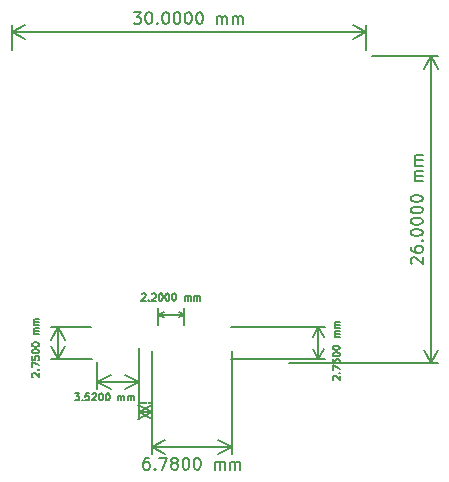
<source format=gbr>
G04 #@! TF.GenerationSoftware,KiCad,Pcbnew,9.0.4*
G04 #@! TF.CreationDate,2025-08-28T22:57:06-04:00*
G04 #@! TF.ProjectId,PowerSupply,506f7765-7253-4757-9070-6c792e6b6963,rev?*
G04 #@! TF.SameCoordinates,Original*
G04 #@! TF.FileFunction,Other,User*
%FSLAX46Y46*%
G04 Gerber Fmt 4.6, Leading zero omitted, Abs format (unit mm)*
G04 Created by KiCad (PCBNEW 9.0.4) date 2025-08-28 22:57:06*
%MOMM*%
%LPD*%
G01*
G04 APERTURE LIST*
%ADD10C,0.150000*%
%ADD11C,0.025000*%
G04 APERTURE END LIST*
D10*
X91613333Y-105034819D02*
X91422857Y-105034819D01*
X91422857Y-105034819D02*
X91327619Y-105082438D01*
X91327619Y-105082438D02*
X91280000Y-105130057D01*
X91280000Y-105130057D02*
X91184762Y-105272914D01*
X91184762Y-105272914D02*
X91137143Y-105463390D01*
X91137143Y-105463390D02*
X91137143Y-105844342D01*
X91137143Y-105844342D02*
X91184762Y-105939580D01*
X91184762Y-105939580D02*
X91232381Y-105987200D01*
X91232381Y-105987200D02*
X91327619Y-106034819D01*
X91327619Y-106034819D02*
X91518095Y-106034819D01*
X91518095Y-106034819D02*
X91613333Y-105987200D01*
X91613333Y-105987200D02*
X91660952Y-105939580D01*
X91660952Y-105939580D02*
X91708571Y-105844342D01*
X91708571Y-105844342D02*
X91708571Y-105606247D01*
X91708571Y-105606247D02*
X91660952Y-105511009D01*
X91660952Y-105511009D02*
X91613333Y-105463390D01*
X91613333Y-105463390D02*
X91518095Y-105415771D01*
X91518095Y-105415771D02*
X91327619Y-105415771D01*
X91327619Y-105415771D02*
X91232381Y-105463390D01*
X91232381Y-105463390D02*
X91184762Y-105511009D01*
X91184762Y-105511009D02*
X91137143Y-105606247D01*
X92137143Y-105939580D02*
X92184762Y-105987200D01*
X92184762Y-105987200D02*
X92137143Y-106034819D01*
X92137143Y-106034819D02*
X92089524Y-105987200D01*
X92089524Y-105987200D02*
X92137143Y-105939580D01*
X92137143Y-105939580D02*
X92137143Y-106034819D01*
X92518095Y-105034819D02*
X93184761Y-105034819D01*
X93184761Y-105034819D02*
X92756190Y-106034819D01*
X93708571Y-105463390D02*
X93613333Y-105415771D01*
X93613333Y-105415771D02*
X93565714Y-105368152D01*
X93565714Y-105368152D02*
X93518095Y-105272914D01*
X93518095Y-105272914D02*
X93518095Y-105225295D01*
X93518095Y-105225295D02*
X93565714Y-105130057D01*
X93565714Y-105130057D02*
X93613333Y-105082438D01*
X93613333Y-105082438D02*
X93708571Y-105034819D01*
X93708571Y-105034819D02*
X93899047Y-105034819D01*
X93899047Y-105034819D02*
X93994285Y-105082438D01*
X93994285Y-105082438D02*
X94041904Y-105130057D01*
X94041904Y-105130057D02*
X94089523Y-105225295D01*
X94089523Y-105225295D02*
X94089523Y-105272914D01*
X94089523Y-105272914D02*
X94041904Y-105368152D01*
X94041904Y-105368152D02*
X93994285Y-105415771D01*
X93994285Y-105415771D02*
X93899047Y-105463390D01*
X93899047Y-105463390D02*
X93708571Y-105463390D01*
X93708571Y-105463390D02*
X93613333Y-105511009D01*
X93613333Y-105511009D02*
X93565714Y-105558628D01*
X93565714Y-105558628D02*
X93518095Y-105653866D01*
X93518095Y-105653866D02*
X93518095Y-105844342D01*
X93518095Y-105844342D02*
X93565714Y-105939580D01*
X93565714Y-105939580D02*
X93613333Y-105987200D01*
X93613333Y-105987200D02*
X93708571Y-106034819D01*
X93708571Y-106034819D02*
X93899047Y-106034819D01*
X93899047Y-106034819D02*
X93994285Y-105987200D01*
X93994285Y-105987200D02*
X94041904Y-105939580D01*
X94041904Y-105939580D02*
X94089523Y-105844342D01*
X94089523Y-105844342D02*
X94089523Y-105653866D01*
X94089523Y-105653866D02*
X94041904Y-105558628D01*
X94041904Y-105558628D02*
X93994285Y-105511009D01*
X93994285Y-105511009D02*
X93899047Y-105463390D01*
X94708571Y-105034819D02*
X94803809Y-105034819D01*
X94803809Y-105034819D02*
X94899047Y-105082438D01*
X94899047Y-105082438D02*
X94946666Y-105130057D01*
X94946666Y-105130057D02*
X94994285Y-105225295D01*
X94994285Y-105225295D02*
X95041904Y-105415771D01*
X95041904Y-105415771D02*
X95041904Y-105653866D01*
X95041904Y-105653866D02*
X94994285Y-105844342D01*
X94994285Y-105844342D02*
X94946666Y-105939580D01*
X94946666Y-105939580D02*
X94899047Y-105987200D01*
X94899047Y-105987200D02*
X94803809Y-106034819D01*
X94803809Y-106034819D02*
X94708571Y-106034819D01*
X94708571Y-106034819D02*
X94613333Y-105987200D01*
X94613333Y-105987200D02*
X94565714Y-105939580D01*
X94565714Y-105939580D02*
X94518095Y-105844342D01*
X94518095Y-105844342D02*
X94470476Y-105653866D01*
X94470476Y-105653866D02*
X94470476Y-105415771D01*
X94470476Y-105415771D02*
X94518095Y-105225295D01*
X94518095Y-105225295D02*
X94565714Y-105130057D01*
X94565714Y-105130057D02*
X94613333Y-105082438D01*
X94613333Y-105082438D02*
X94708571Y-105034819D01*
X95660952Y-105034819D02*
X95756190Y-105034819D01*
X95756190Y-105034819D02*
X95851428Y-105082438D01*
X95851428Y-105082438D02*
X95899047Y-105130057D01*
X95899047Y-105130057D02*
X95946666Y-105225295D01*
X95946666Y-105225295D02*
X95994285Y-105415771D01*
X95994285Y-105415771D02*
X95994285Y-105653866D01*
X95994285Y-105653866D02*
X95946666Y-105844342D01*
X95946666Y-105844342D02*
X95899047Y-105939580D01*
X95899047Y-105939580D02*
X95851428Y-105987200D01*
X95851428Y-105987200D02*
X95756190Y-106034819D01*
X95756190Y-106034819D02*
X95660952Y-106034819D01*
X95660952Y-106034819D02*
X95565714Y-105987200D01*
X95565714Y-105987200D02*
X95518095Y-105939580D01*
X95518095Y-105939580D02*
X95470476Y-105844342D01*
X95470476Y-105844342D02*
X95422857Y-105653866D01*
X95422857Y-105653866D02*
X95422857Y-105415771D01*
X95422857Y-105415771D02*
X95470476Y-105225295D01*
X95470476Y-105225295D02*
X95518095Y-105130057D01*
X95518095Y-105130057D02*
X95565714Y-105082438D01*
X95565714Y-105082438D02*
X95660952Y-105034819D01*
X97184762Y-106034819D02*
X97184762Y-105368152D01*
X97184762Y-105463390D02*
X97232381Y-105415771D01*
X97232381Y-105415771D02*
X97327619Y-105368152D01*
X97327619Y-105368152D02*
X97470476Y-105368152D01*
X97470476Y-105368152D02*
X97565714Y-105415771D01*
X97565714Y-105415771D02*
X97613333Y-105511009D01*
X97613333Y-105511009D02*
X97613333Y-106034819D01*
X97613333Y-105511009D02*
X97660952Y-105415771D01*
X97660952Y-105415771D02*
X97756190Y-105368152D01*
X97756190Y-105368152D02*
X97899047Y-105368152D01*
X97899047Y-105368152D02*
X97994286Y-105415771D01*
X97994286Y-105415771D02*
X98041905Y-105511009D01*
X98041905Y-105511009D02*
X98041905Y-106034819D01*
X98518095Y-106034819D02*
X98518095Y-105368152D01*
X98518095Y-105463390D02*
X98565714Y-105415771D01*
X98565714Y-105415771D02*
X98660952Y-105368152D01*
X98660952Y-105368152D02*
X98803809Y-105368152D01*
X98803809Y-105368152D02*
X98899047Y-105415771D01*
X98899047Y-105415771D02*
X98946666Y-105511009D01*
X98946666Y-105511009D02*
X98946666Y-106034819D01*
X98946666Y-105511009D02*
X98994285Y-105415771D01*
X98994285Y-105415771D02*
X99089523Y-105368152D01*
X99089523Y-105368152D02*
X99232380Y-105368152D01*
X99232380Y-105368152D02*
X99327619Y-105415771D01*
X99327619Y-105415771D02*
X99375238Y-105511009D01*
X99375238Y-105511009D02*
X99375238Y-106034819D01*
X91860000Y-95990000D02*
X91860000Y-104736420D01*
X98640000Y-104736420D02*
X98640000Y-95950000D01*
X91860000Y-104150000D02*
X98640000Y-104150000D01*
X91860000Y-104150000D02*
X92986504Y-103563579D01*
X91860000Y-104150000D02*
X92986504Y-104736421D01*
X98640000Y-104150000D02*
X97513496Y-104736421D01*
X98640000Y-104150000D02*
X97513496Y-103563579D01*
X85365713Y-99579771D02*
X85737141Y-99579771D01*
X85737141Y-99579771D02*
X85537141Y-99808342D01*
X85537141Y-99808342D02*
X85622856Y-99808342D01*
X85622856Y-99808342D02*
X85679999Y-99836914D01*
X85679999Y-99836914D02*
X85708570Y-99865485D01*
X85708570Y-99865485D02*
X85737141Y-99922628D01*
X85737141Y-99922628D02*
X85737141Y-100065485D01*
X85737141Y-100065485D02*
X85708570Y-100122628D01*
X85708570Y-100122628D02*
X85679999Y-100151200D01*
X85679999Y-100151200D02*
X85622856Y-100179771D01*
X85622856Y-100179771D02*
X85451427Y-100179771D01*
X85451427Y-100179771D02*
X85394284Y-100151200D01*
X85394284Y-100151200D02*
X85365713Y-100122628D01*
X85994285Y-100122628D02*
X86022856Y-100151200D01*
X86022856Y-100151200D02*
X85994285Y-100179771D01*
X85994285Y-100179771D02*
X85965713Y-100151200D01*
X85965713Y-100151200D02*
X85994285Y-100122628D01*
X85994285Y-100122628D02*
X85994285Y-100179771D01*
X86565713Y-99579771D02*
X86279999Y-99579771D01*
X86279999Y-99579771D02*
X86251427Y-99865485D01*
X86251427Y-99865485D02*
X86279999Y-99836914D01*
X86279999Y-99836914D02*
X86337142Y-99808342D01*
X86337142Y-99808342D02*
X86479999Y-99808342D01*
X86479999Y-99808342D02*
X86537142Y-99836914D01*
X86537142Y-99836914D02*
X86565713Y-99865485D01*
X86565713Y-99865485D02*
X86594284Y-99922628D01*
X86594284Y-99922628D02*
X86594284Y-100065485D01*
X86594284Y-100065485D02*
X86565713Y-100122628D01*
X86565713Y-100122628D02*
X86537142Y-100151200D01*
X86537142Y-100151200D02*
X86479999Y-100179771D01*
X86479999Y-100179771D02*
X86337142Y-100179771D01*
X86337142Y-100179771D02*
X86279999Y-100151200D01*
X86279999Y-100151200D02*
X86251427Y-100122628D01*
X86822856Y-99636914D02*
X86851428Y-99608342D01*
X86851428Y-99608342D02*
X86908571Y-99579771D01*
X86908571Y-99579771D02*
X87051428Y-99579771D01*
X87051428Y-99579771D02*
X87108571Y-99608342D01*
X87108571Y-99608342D02*
X87137142Y-99636914D01*
X87137142Y-99636914D02*
X87165713Y-99694057D01*
X87165713Y-99694057D02*
X87165713Y-99751200D01*
X87165713Y-99751200D02*
X87137142Y-99836914D01*
X87137142Y-99836914D02*
X86794285Y-100179771D01*
X86794285Y-100179771D02*
X87165713Y-100179771D01*
X87537142Y-99579771D02*
X87594285Y-99579771D01*
X87594285Y-99579771D02*
X87651428Y-99608342D01*
X87651428Y-99608342D02*
X87680000Y-99636914D01*
X87680000Y-99636914D02*
X87708571Y-99694057D01*
X87708571Y-99694057D02*
X87737142Y-99808342D01*
X87737142Y-99808342D02*
X87737142Y-99951200D01*
X87737142Y-99951200D02*
X87708571Y-100065485D01*
X87708571Y-100065485D02*
X87680000Y-100122628D01*
X87680000Y-100122628D02*
X87651428Y-100151200D01*
X87651428Y-100151200D02*
X87594285Y-100179771D01*
X87594285Y-100179771D02*
X87537142Y-100179771D01*
X87537142Y-100179771D02*
X87480000Y-100151200D01*
X87480000Y-100151200D02*
X87451428Y-100122628D01*
X87451428Y-100122628D02*
X87422857Y-100065485D01*
X87422857Y-100065485D02*
X87394285Y-99951200D01*
X87394285Y-99951200D02*
X87394285Y-99808342D01*
X87394285Y-99808342D02*
X87422857Y-99694057D01*
X87422857Y-99694057D02*
X87451428Y-99636914D01*
X87451428Y-99636914D02*
X87480000Y-99608342D01*
X87480000Y-99608342D02*
X87537142Y-99579771D01*
X88108571Y-99579771D02*
X88165714Y-99579771D01*
X88165714Y-99579771D02*
X88222857Y-99608342D01*
X88222857Y-99608342D02*
X88251429Y-99636914D01*
X88251429Y-99636914D02*
X88280000Y-99694057D01*
X88280000Y-99694057D02*
X88308571Y-99808342D01*
X88308571Y-99808342D02*
X88308571Y-99951200D01*
X88308571Y-99951200D02*
X88280000Y-100065485D01*
X88280000Y-100065485D02*
X88251429Y-100122628D01*
X88251429Y-100122628D02*
X88222857Y-100151200D01*
X88222857Y-100151200D02*
X88165714Y-100179771D01*
X88165714Y-100179771D02*
X88108571Y-100179771D01*
X88108571Y-100179771D02*
X88051429Y-100151200D01*
X88051429Y-100151200D02*
X88022857Y-100122628D01*
X88022857Y-100122628D02*
X87994286Y-100065485D01*
X87994286Y-100065485D02*
X87965714Y-99951200D01*
X87965714Y-99951200D02*
X87965714Y-99808342D01*
X87965714Y-99808342D02*
X87994286Y-99694057D01*
X87994286Y-99694057D02*
X88022857Y-99636914D01*
X88022857Y-99636914D02*
X88051429Y-99608342D01*
X88051429Y-99608342D02*
X88108571Y-99579771D01*
X89022858Y-100179771D02*
X89022858Y-99779771D01*
X89022858Y-99836914D02*
X89051429Y-99808342D01*
X89051429Y-99808342D02*
X89108572Y-99779771D01*
X89108572Y-99779771D02*
X89194286Y-99779771D01*
X89194286Y-99779771D02*
X89251429Y-99808342D01*
X89251429Y-99808342D02*
X89280001Y-99865485D01*
X89280001Y-99865485D02*
X89280001Y-100179771D01*
X89280001Y-99865485D02*
X89308572Y-99808342D01*
X89308572Y-99808342D02*
X89365715Y-99779771D01*
X89365715Y-99779771D02*
X89451429Y-99779771D01*
X89451429Y-99779771D02*
X89508572Y-99808342D01*
X89508572Y-99808342D02*
X89537143Y-99865485D01*
X89537143Y-99865485D02*
X89537143Y-100179771D01*
X89822858Y-100179771D02*
X89822858Y-99779771D01*
X89822858Y-99836914D02*
X89851429Y-99808342D01*
X89851429Y-99808342D02*
X89908572Y-99779771D01*
X89908572Y-99779771D02*
X89994286Y-99779771D01*
X89994286Y-99779771D02*
X90051429Y-99808342D01*
X90051429Y-99808342D02*
X90080001Y-99865485D01*
X90080001Y-99865485D02*
X90080001Y-100179771D01*
X90080001Y-99865485D02*
X90108572Y-99808342D01*
X90108572Y-99808342D02*
X90165715Y-99779771D01*
X90165715Y-99779771D02*
X90251429Y-99779771D01*
X90251429Y-99779771D02*
X90308572Y-99808342D01*
X90308572Y-99808342D02*
X90337143Y-99865485D01*
X90337143Y-99865485D02*
X90337143Y-100179771D01*
X87250000Y-96950000D02*
X87250000Y-99196420D01*
X90770000Y-99196420D02*
X90770000Y-96950000D01*
X87250000Y-98610000D02*
X90770000Y-98610000D01*
X87250000Y-98610000D02*
X88376504Y-98023579D01*
X87250000Y-98610000D02*
X88376504Y-99196421D01*
X90770000Y-98610000D02*
X89643496Y-99196421D01*
X90770000Y-98610000D02*
X89643496Y-98023579D01*
X81786914Y-98185715D02*
X81758342Y-98157143D01*
X81758342Y-98157143D02*
X81729771Y-98100001D01*
X81729771Y-98100001D02*
X81729771Y-97957143D01*
X81729771Y-97957143D02*
X81758342Y-97900001D01*
X81758342Y-97900001D02*
X81786914Y-97871429D01*
X81786914Y-97871429D02*
X81844057Y-97842858D01*
X81844057Y-97842858D02*
X81901200Y-97842858D01*
X81901200Y-97842858D02*
X81986914Y-97871429D01*
X81986914Y-97871429D02*
X82329771Y-98214286D01*
X82329771Y-98214286D02*
X82329771Y-97842858D01*
X82272628Y-97585714D02*
X82301200Y-97557143D01*
X82301200Y-97557143D02*
X82329771Y-97585714D01*
X82329771Y-97585714D02*
X82301200Y-97614286D01*
X82301200Y-97614286D02*
X82272628Y-97585714D01*
X82272628Y-97585714D02*
X82329771Y-97585714D01*
X81729771Y-97357143D02*
X81729771Y-96957143D01*
X81729771Y-96957143D02*
X82329771Y-97214286D01*
X81729771Y-96442857D02*
X81729771Y-96728571D01*
X81729771Y-96728571D02*
X82015485Y-96757143D01*
X82015485Y-96757143D02*
X81986914Y-96728571D01*
X81986914Y-96728571D02*
X81958342Y-96671429D01*
X81958342Y-96671429D02*
X81958342Y-96528571D01*
X81958342Y-96528571D02*
X81986914Y-96471429D01*
X81986914Y-96471429D02*
X82015485Y-96442857D01*
X82015485Y-96442857D02*
X82072628Y-96414286D01*
X82072628Y-96414286D02*
X82215485Y-96414286D01*
X82215485Y-96414286D02*
X82272628Y-96442857D01*
X82272628Y-96442857D02*
X82301200Y-96471429D01*
X82301200Y-96471429D02*
X82329771Y-96528571D01*
X82329771Y-96528571D02*
X82329771Y-96671429D01*
X82329771Y-96671429D02*
X82301200Y-96728571D01*
X82301200Y-96728571D02*
X82272628Y-96757143D01*
X81729771Y-96042857D02*
X81729771Y-95985714D01*
X81729771Y-95985714D02*
X81758342Y-95928571D01*
X81758342Y-95928571D02*
X81786914Y-95900000D01*
X81786914Y-95900000D02*
X81844057Y-95871428D01*
X81844057Y-95871428D02*
X81958342Y-95842857D01*
X81958342Y-95842857D02*
X82101200Y-95842857D01*
X82101200Y-95842857D02*
X82215485Y-95871428D01*
X82215485Y-95871428D02*
X82272628Y-95900000D01*
X82272628Y-95900000D02*
X82301200Y-95928571D01*
X82301200Y-95928571D02*
X82329771Y-95985714D01*
X82329771Y-95985714D02*
X82329771Y-96042857D01*
X82329771Y-96042857D02*
X82301200Y-96100000D01*
X82301200Y-96100000D02*
X82272628Y-96128571D01*
X82272628Y-96128571D02*
X82215485Y-96157142D01*
X82215485Y-96157142D02*
X82101200Y-96185714D01*
X82101200Y-96185714D02*
X81958342Y-96185714D01*
X81958342Y-96185714D02*
X81844057Y-96157142D01*
X81844057Y-96157142D02*
X81786914Y-96128571D01*
X81786914Y-96128571D02*
X81758342Y-96100000D01*
X81758342Y-96100000D02*
X81729771Y-96042857D01*
X81729771Y-95471428D02*
X81729771Y-95414285D01*
X81729771Y-95414285D02*
X81758342Y-95357142D01*
X81758342Y-95357142D02*
X81786914Y-95328571D01*
X81786914Y-95328571D02*
X81844057Y-95299999D01*
X81844057Y-95299999D02*
X81958342Y-95271428D01*
X81958342Y-95271428D02*
X82101200Y-95271428D01*
X82101200Y-95271428D02*
X82215485Y-95299999D01*
X82215485Y-95299999D02*
X82272628Y-95328571D01*
X82272628Y-95328571D02*
X82301200Y-95357142D01*
X82301200Y-95357142D02*
X82329771Y-95414285D01*
X82329771Y-95414285D02*
X82329771Y-95471428D01*
X82329771Y-95471428D02*
X82301200Y-95528571D01*
X82301200Y-95528571D02*
X82272628Y-95557142D01*
X82272628Y-95557142D02*
X82215485Y-95585713D01*
X82215485Y-95585713D02*
X82101200Y-95614285D01*
X82101200Y-95614285D02*
X81958342Y-95614285D01*
X81958342Y-95614285D02*
X81844057Y-95585713D01*
X81844057Y-95585713D02*
X81786914Y-95557142D01*
X81786914Y-95557142D02*
X81758342Y-95528571D01*
X81758342Y-95528571D02*
X81729771Y-95471428D01*
X82329771Y-94557141D02*
X81929771Y-94557141D01*
X81986914Y-94557141D02*
X81958342Y-94528570D01*
X81958342Y-94528570D02*
X81929771Y-94471427D01*
X81929771Y-94471427D02*
X81929771Y-94385713D01*
X81929771Y-94385713D02*
X81958342Y-94328570D01*
X81958342Y-94328570D02*
X82015485Y-94299999D01*
X82015485Y-94299999D02*
X82329771Y-94299999D01*
X82015485Y-94299999D02*
X81958342Y-94271427D01*
X81958342Y-94271427D02*
X81929771Y-94214284D01*
X81929771Y-94214284D02*
X81929771Y-94128570D01*
X81929771Y-94128570D02*
X81958342Y-94071427D01*
X81958342Y-94071427D02*
X82015485Y-94042856D01*
X82015485Y-94042856D02*
X82329771Y-94042856D01*
X82329771Y-93757141D02*
X81929771Y-93757141D01*
X81986914Y-93757141D02*
X81958342Y-93728570D01*
X81958342Y-93728570D02*
X81929771Y-93671427D01*
X81929771Y-93671427D02*
X81929771Y-93585713D01*
X81929771Y-93585713D02*
X81958342Y-93528570D01*
X81958342Y-93528570D02*
X82015485Y-93499999D01*
X82015485Y-93499999D02*
X82329771Y-93499999D01*
X82015485Y-93499999D02*
X81958342Y-93471427D01*
X81958342Y-93471427D02*
X81929771Y-93414284D01*
X81929771Y-93414284D02*
X81929771Y-93328570D01*
X81929771Y-93328570D02*
X81958342Y-93271427D01*
X81958342Y-93271427D02*
X82015485Y-93242856D01*
X82015485Y-93242856D02*
X82329771Y-93242856D01*
X86850000Y-96680000D02*
X83363580Y-96680000D01*
X83363580Y-93930000D02*
X86750000Y-93930000D01*
X83950000Y-96680000D02*
X83950000Y-93930000D01*
X83950000Y-96680000D02*
X83363579Y-95553496D01*
X83950000Y-96680000D02*
X84536421Y-95553496D01*
X83950000Y-93930000D02*
X84536421Y-95056504D01*
X83950000Y-93930000D02*
X83363579Y-95056504D01*
D11*
X90962858Y-100404961D02*
X90905715Y-100404961D01*
X90934287Y-100404961D02*
X90934287Y-100304961D01*
X90934287Y-100304961D02*
X90924763Y-100319247D01*
X90924763Y-100319247D02*
X90915239Y-100328771D01*
X90915239Y-100328771D02*
X90905715Y-100333533D01*
X91005715Y-100395438D02*
X91010477Y-100400200D01*
X91010477Y-100400200D02*
X91005715Y-100404961D01*
X91005715Y-100404961D02*
X91000953Y-100400200D01*
X91000953Y-100400200D02*
X91005715Y-100395438D01*
X91005715Y-100395438D02*
X91005715Y-100404961D01*
X91072382Y-100304961D02*
X91081905Y-100304961D01*
X91081905Y-100304961D02*
X91091429Y-100309723D01*
X91091429Y-100309723D02*
X91096191Y-100314485D01*
X91096191Y-100314485D02*
X91100953Y-100324009D01*
X91100953Y-100324009D02*
X91105715Y-100343057D01*
X91105715Y-100343057D02*
X91105715Y-100366866D01*
X91105715Y-100366866D02*
X91100953Y-100385914D01*
X91100953Y-100385914D02*
X91096191Y-100395438D01*
X91096191Y-100395438D02*
X91091429Y-100400200D01*
X91091429Y-100400200D02*
X91081905Y-100404961D01*
X91081905Y-100404961D02*
X91072382Y-100404961D01*
X91072382Y-100404961D02*
X91062858Y-100400200D01*
X91062858Y-100400200D02*
X91058096Y-100395438D01*
X91058096Y-100395438D02*
X91053334Y-100385914D01*
X91053334Y-100385914D02*
X91048572Y-100366866D01*
X91048572Y-100366866D02*
X91048572Y-100343057D01*
X91048572Y-100343057D02*
X91053334Y-100324009D01*
X91053334Y-100324009D02*
X91058096Y-100314485D01*
X91058096Y-100314485D02*
X91062858Y-100309723D01*
X91062858Y-100309723D02*
X91072382Y-100304961D01*
X91153334Y-100404961D02*
X91172382Y-100404961D01*
X91172382Y-100404961D02*
X91181905Y-100400200D01*
X91181905Y-100400200D02*
X91186667Y-100395438D01*
X91186667Y-100395438D02*
X91196191Y-100381152D01*
X91196191Y-100381152D02*
X91200953Y-100362104D01*
X91200953Y-100362104D02*
X91200953Y-100324009D01*
X91200953Y-100324009D02*
X91196191Y-100314485D01*
X91196191Y-100314485D02*
X91191429Y-100309723D01*
X91191429Y-100309723D02*
X91181905Y-100304961D01*
X91181905Y-100304961D02*
X91162858Y-100304961D01*
X91162858Y-100304961D02*
X91153334Y-100309723D01*
X91153334Y-100309723D02*
X91148572Y-100314485D01*
X91148572Y-100314485D02*
X91143810Y-100324009D01*
X91143810Y-100324009D02*
X91143810Y-100347819D01*
X91143810Y-100347819D02*
X91148572Y-100357342D01*
X91148572Y-100357342D02*
X91153334Y-100362104D01*
X91153334Y-100362104D02*
X91162858Y-100366866D01*
X91162858Y-100366866D02*
X91181905Y-100366866D01*
X91181905Y-100366866D02*
X91191429Y-100362104D01*
X91191429Y-100362104D02*
X91196191Y-100357342D01*
X91196191Y-100357342D02*
X91200953Y-100347819D01*
X91262858Y-100304961D02*
X91272381Y-100304961D01*
X91272381Y-100304961D02*
X91281905Y-100309723D01*
X91281905Y-100309723D02*
X91286667Y-100314485D01*
X91286667Y-100314485D02*
X91291429Y-100324009D01*
X91291429Y-100324009D02*
X91296191Y-100343057D01*
X91296191Y-100343057D02*
X91296191Y-100366866D01*
X91296191Y-100366866D02*
X91291429Y-100385914D01*
X91291429Y-100385914D02*
X91286667Y-100395438D01*
X91286667Y-100395438D02*
X91281905Y-100400200D01*
X91281905Y-100400200D02*
X91272381Y-100404961D01*
X91272381Y-100404961D02*
X91262858Y-100404961D01*
X91262858Y-100404961D02*
X91253334Y-100400200D01*
X91253334Y-100400200D02*
X91248572Y-100395438D01*
X91248572Y-100395438D02*
X91243810Y-100385914D01*
X91243810Y-100385914D02*
X91239048Y-100366866D01*
X91239048Y-100366866D02*
X91239048Y-100343057D01*
X91239048Y-100343057D02*
X91243810Y-100324009D01*
X91243810Y-100324009D02*
X91248572Y-100314485D01*
X91248572Y-100314485D02*
X91253334Y-100309723D01*
X91253334Y-100309723D02*
X91262858Y-100304961D01*
X91358096Y-100304961D02*
X91367619Y-100304961D01*
X91367619Y-100304961D02*
X91377143Y-100309723D01*
X91377143Y-100309723D02*
X91381905Y-100314485D01*
X91381905Y-100314485D02*
X91386667Y-100324009D01*
X91386667Y-100324009D02*
X91391429Y-100343057D01*
X91391429Y-100343057D02*
X91391429Y-100366866D01*
X91391429Y-100366866D02*
X91386667Y-100385914D01*
X91386667Y-100385914D02*
X91381905Y-100395438D01*
X91381905Y-100395438D02*
X91377143Y-100400200D01*
X91377143Y-100400200D02*
X91367619Y-100404961D01*
X91367619Y-100404961D02*
X91358096Y-100404961D01*
X91358096Y-100404961D02*
X91348572Y-100400200D01*
X91348572Y-100400200D02*
X91343810Y-100395438D01*
X91343810Y-100395438D02*
X91339048Y-100385914D01*
X91339048Y-100385914D02*
X91334286Y-100366866D01*
X91334286Y-100366866D02*
X91334286Y-100343057D01*
X91334286Y-100343057D02*
X91339048Y-100324009D01*
X91339048Y-100324009D02*
X91343810Y-100314485D01*
X91343810Y-100314485D02*
X91348572Y-100309723D01*
X91348572Y-100309723D02*
X91358096Y-100304961D01*
X91510476Y-100404961D02*
X91510476Y-100338295D01*
X91510476Y-100347819D02*
X91515238Y-100343057D01*
X91515238Y-100343057D02*
X91524762Y-100338295D01*
X91524762Y-100338295D02*
X91539047Y-100338295D01*
X91539047Y-100338295D02*
X91548571Y-100343057D01*
X91548571Y-100343057D02*
X91553333Y-100352580D01*
X91553333Y-100352580D02*
X91553333Y-100404961D01*
X91553333Y-100352580D02*
X91558095Y-100343057D01*
X91558095Y-100343057D02*
X91567619Y-100338295D01*
X91567619Y-100338295D02*
X91581905Y-100338295D01*
X91581905Y-100338295D02*
X91591428Y-100343057D01*
X91591428Y-100343057D02*
X91596190Y-100352580D01*
X91596190Y-100352580D02*
X91596190Y-100404961D01*
X91643809Y-100404961D02*
X91643809Y-100338295D01*
X91643809Y-100347819D02*
X91648571Y-100343057D01*
X91648571Y-100343057D02*
X91658095Y-100338295D01*
X91658095Y-100338295D02*
X91672380Y-100338295D01*
X91672380Y-100338295D02*
X91681904Y-100343057D01*
X91681904Y-100343057D02*
X91686666Y-100352580D01*
X91686666Y-100352580D02*
X91686666Y-100404961D01*
X91686666Y-100352580D02*
X91691428Y-100343057D01*
X91691428Y-100343057D02*
X91700952Y-100338295D01*
X91700952Y-100338295D02*
X91715238Y-100338295D01*
X91715238Y-100338295D02*
X91724761Y-100343057D01*
X91724761Y-100343057D02*
X91729523Y-100352580D01*
X91729523Y-100352580D02*
X91729523Y-100404961D01*
D10*
X90770000Y-95760000D02*
X90770000Y-101766420D01*
X91860000Y-101766420D02*
X91860000Y-95990000D01*
X90770000Y-101180000D02*
X91860000Y-101180000D01*
X90770000Y-101180000D02*
X91896504Y-100593579D01*
X90770000Y-101180000D02*
X91896504Y-101766421D01*
X91860000Y-101180000D02*
X90733496Y-101766421D01*
X91860000Y-101180000D02*
X90733496Y-100593579D01*
X107246914Y-98445715D02*
X107218342Y-98417143D01*
X107218342Y-98417143D02*
X107189771Y-98360001D01*
X107189771Y-98360001D02*
X107189771Y-98217143D01*
X107189771Y-98217143D02*
X107218342Y-98160001D01*
X107218342Y-98160001D02*
X107246914Y-98131429D01*
X107246914Y-98131429D02*
X107304057Y-98102858D01*
X107304057Y-98102858D02*
X107361200Y-98102858D01*
X107361200Y-98102858D02*
X107446914Y-98131429D01*
X107446914Y-98131429D02*
X107789771Y-98474286D01*
X107789771Y-98474286D02*
X107789771Y-98102858D01*
X107732628Y-97845714D02*
X107761200Y-97817143D01*
X107761200Y-97817143D02*
X107789771Y-97845714D01*
X107789771Y-97845714D02*
X107761200Y-97874286D01*
X107761200Y-97874286D02*
X107732628Y-97845714D01*
X107732628Y-97845714D02*
X107789771Y-97845714D01*
X107189771Y-97617143D02*
X107189771Y-97217143D01*
X107189771Y-97217143D02*
X107789771Y-97474286D01*
X107189771Y-96702857D02*
X107189771Y-96988571D01*
X107189771Y-96988571D02*
X107475485Y-97017143D01*
X107475485Y-97017143D02*
X107446914Y-96988571D01*
X107446914Y-96988571D02*
X107418342Y-96931429D01*
X107418342Y-96931429D02*
X107418342Y-96788571D01*
X107418342Y-96788571D02*
X107446914Y-96731429D01*
X107446914Y-96731429D02*
X107475485Y-96702857D01*
X107475485Y-96702857D02*
X107532628Y-96674286D01*
X107532628Y-96674286D02*
X107675485Y-96674286D01*
X107675485Y-96674286D02*
X107732628Y-96702857D01*
X107732628Y-96702857D02*
X107761200Y-96731429D01*
X107761200Y-96731429D02*
X107789771Y-96788571D01*
X107789771Y-96788571D02*
X107789771Y-96931429D01*
X107789771Y-96931429D02*
X107761200Y-96988571D01*
X107761200Y-96988571D02*
X107732628Y-97017143D01*
X107189771Y-96302857D02*
X107189771Y-96245714D01*
X107189771Y-96245714D02*
X107218342Y-96188571D01*
X107218342Y-96188571D02*
X107246914Y-96160000D01*
X107246914Y-96160000D02*
X107304057Y-96131428D01*
X107304057Y-96131428D02*
X107418342Y-96102857D01*
X107418342Y-96102857D02*
X107561200Y-96102857D01*
X107561200Y-96102857D02*
X107675485Y-96131428D01*
X107675485Y-96131428D02*
X107732628Y-96160000D01*
X107732628Y-96160000D02*
X107761200Y-96188571D01*
X107761200Y-96188571D02*
X107789771Y-96245714D01*
X107789771Y-96245714D02*
X107789771Y-96302857D01*
X107789771Y-96302857D02*
X107761200Y-96360000D01*
X107761200Y-96360000D02*
X107732628Y-96388571D01*
X107732628Y-96388571D02*
X107675485Y-96417142D01*
X107675485Y-96417142D02*
X107561200Y-96445714D01*
X107561200Y-96445714D02*
X107418342Y-96445714D01*
X107418342Y-96445714D02*
X107304057Y-96417142D01*
X107304057Y-96417142D02*
X107246914Y-96388571D01*
X107246914Y-96388571D02*
X107218342Y-96360000D01*
X107218342Y-96360000D02*
X107189771Y-96302857D01*
X107189771Y-95731428D02*
X107189771Y-95674285D01*
X107189771Y-95674285D02*
X107218342Y-95617142D01*
X107218342Y-95617142D02*
X107246914Y-95588571D01*
X107246914Y-95588571D02*
X107304057Y-95559999D01*
X107304057Y-95559999D02*
X107418342Y-95531428D01*
X107418342Y-95531428D02*
X107561200Y-95531428D01*
X107561200Y-95531428D02*
X107675485Y-95559999D01*
X107675485Y-95559999D02*
X107732628Y-95588571D01*
X107732628Y-95588571D02*
X107761200Y-95617142D01*
X107761200Y-95617142D02*
X107789771Y-95674285D01*
X107789771Y-95674285D02*
X107789771Y-95731428D01*
X107789771Y-95731428D02*
X107761200Y-95788571D01*
X107761200Y-95788571D02*
X107732628Y-95817142D01*
X107732628Y-95817142D02*
X107675485Y-95845713D01*
X107675485Y-95845713D02*
X107561200Y-95874285D01*
X107561200Y-95874285D02*
X107418342Y-95874285D01*
X107418342Y-95874285D02*
X107304057Y-95845713D01*
X107304057Y-95845713D02*
X107246914Y-95817142D01*
X107246914Y-95817142D02*
X107218342Y-95788571D01*
X107218342Y-95788571D02*
X107189771Y-95731428D01*
X107789771Y-94817141D02*
X107389771Y-94817141D01*
X107446914Y-94817141D02*
X107418342Y-94788570D01*
X107418342Y-94788570D02*
X107389771Y-94731427D01*
X107389771Y-94731427D02*
X107389771Y-94645713D01*
X107389771Y-94645713D02*
X107418342Y-94588570D01*
X107418342Y-94588570D02*
X107475485Y-94559999D01*
X107475485Y-94559999D02*
X107789771Y-94559999D01*
X107475485Y-94559999D02*
X107418342Y-94531427D01*
X107418342Y-94531427D02*
X107389771Y-94474284D01*
X107389771Y-94474284D02*
X107389771Y-94388570D01*
X107389771Y-94388570D02*
X107418342Y-94331427D01*
X107418342Y-94331427D02*
X107475485Y-94302856D01*
X107475485Y-94302856D02*
X107789771Y-94302856D01*
X107789771Y-94017141D02*
X107389771Y-94017141D01*
X107446914Y-94017141D02*
X107418342Y-93988570D01*
X107418342Y-93988570D02*
X107389771Y-93931427D01*
X107389771Y-93931427D02*
X107389771Y-93845713D01*
X107389771Y-93845713D02*
X107418342Y-93788570D01*
X107418342Y-93788570D02*
X107475485Y-93759999D01*
X107475485Y-93759999D02*
X107789771Y-93759999D01*
X107475485Y-93759999D02*
X107418342Y-93731427D01*
X107418342Y-93731427D02*
X107389771Y-93674284D01*
X107389771Y-93674284D02*
X107389771Y-93588570D01*
X107389771Y-93588570D02*
X107418342Y-93531427D01*
X107418342Y-93531427D02*
X107475485Y-93502856D01*
X107475485Y-93502856D02*
X107789771Y-93502856D01*
X98580000Y-93930000D02*
X106556420Y-93930000D01*
X106556420Y-96680000D02*
X98580000Y-96680000D01*
X105970000Y-93930000D02*
X105970000Y-96680000D01*
X105970000Y-93930000D02*
X106431749Y-94817011D01*
X105970000Y-93930000D02*
X105508251Y-94817011D01*
X105970000Y-96680000D02*
X105508251Y-95792989D01*
X105970000Y-96680000D02*
X106431749Y-95792989D01*
X90333334Y-67304819D02*
X90952381Y-67304819D01*
X90952381Y-67304819D02*
X90619048Y-67685771D01*
X90619048Y-67685771D02*
X90761905Y-67685771D01*
X90761905Y-67685771D02*
X90857143Y-67733390D01*
X90857143Y-67733390D02*
X90904762Y-67781009D01*
X90904762Y-67781009D02*
X90952381Y-67876247D01*
X90952381Y-67876247D02*
X90952381Y-68114342D01*
X90952381Y-68114342D02*
X90904762Y-68209580D01*
X90904762Y-68209580D02*
X90857143Y-68257200D01*
X90857143Y-68257200D02*
X90761905Y-68304819D01*
X90761905Y-68304819D02*
X90476191Y-68304819D01*
X90476191Y-68304819D02*
X90380953Y-68257200D01*
X90380953Y-68257200D02*
X90333334Y-68209580D01*
X91571429Y-67304819D02*
X91666667Y-67304819D01*
X91666667Y-67304819D02*
X91761905Y-67352438D01*
X91761905Y-67352438D02*
X91809524Y-67400057D01*
X91809524Y-67400057D02*
X91857143Y-67495295D01*
X91857143Y-67495295D02*
X91904762Y-67685771D01*
X91904762Y-67685771D02*
X91904762Y-67923866D01*
X91904762Y-67923866D02*
X91857143Y-68114342D01*
X91857143Y-68114342D02*
X91809524Y-68209580D01*
X91809524Y-68209580D02*
X91761905Y-68257200D01*
X91761905Y-68257200D02*
X91666667Y-68304819D01*
X91666667Y-68304819D02*
X91571429Y-68304819D01*
X91571429Y-68304819D02*
X91476191Y-68257200D01*
X91476191Y-68257200D02*
X91428572Y-68209580D01*
X91428572Y-68209580D02*
X91380953Y-68114342D01*
X91380953Y-68114342D02*
X91333334Y-67923866D01*
X91333334Y-67923866D02*
X91333334Y-67685771D01*
X91333334Y-67685771D02*
X91380953Y-67495295D01*
X91380953Y-67495295D02*
X91428572Y-67400057D01*
X91428572Y-67400057D02*
X91476191Y-67352438D01*
X91476191Y-67352438D02*
X91571429Y-67304819D01*
X92333334Y-68209580D02*
X92380953Y-68257200D01*
X92380953Y-68257200D02*
X92333334Y-68304819D01*
X92333334Y-68304819D02*
X92285715Y-68257200D01*
X92285715Y-68257200D02*
X92333334Y-68209580D01*
X92333334Y-68209580D02*
X92333334Y-68304819D01*
X93000000Y-67304819D02*
X93095238Y-67304819D01*
X93095238Y-67304819D02*
X93190476Y-67352438D01*
X93190476Y-67352438D02*
X93238095Y-67400057D01*
X93238095Y-67400057D02*
X93285714Y-67495295D01*
X93285714Y-67495295D02*
X93333333Y-67685771D01*
X93333333Y-67685771D02*
X93333333Y-67923866D01*
X93333333Y-67923866D02*
X93285714Y-68114342D01*
X93285714Y-68114342D02*
X93238095Y-68209580D01*
X93238095Y-68209580D02*
X93190476Y-68257200D01*
X93190476Y-68257200D02*
X93095238Y-68304819D01*
X93095238Y-68304819D02*
X93000000Y-68304819D01*
X93000000Y-68304819D02*
X92904762Y-68257200D01*
X92904762Y-68257200D02*
X92857143Y-68209580D01*
X92857143Y-68209580D02*
X92809524Y-68114342D01*
X92809524Y-68114342D02*
X92761905Y-67923866D01*
X92761905Y-67923866D02*
X92761905Y-67685771D01*
X92761905Y-67685771D02*
X92809524Y-67495295D01*
X92809524Y-67495295D02*
X92857143Y-67400057D01*
X92857143Y-67400057D02*
X92904762Y-67352438D01*
X92904762Y-67352438D02*
X93000000Y-67304819D01*
X93952381Y-67304819D02*
X94047619Y-67304819D01*
X94047619Y-67304819D02*
X94142857Y-67352438D01*
X94142857Y-67352438D02*
X94190476Y-67400057D01*
X94190476Y-67400057D02*
X94238095Y-67495295D01*
X94238095Y-67495295D02*
X94285714Y-67685771D01*
X94285714Y-67685771D02*
X94285714Y-67923866D01*
X94285714Y-67923866D02*
X94238095Y-68114342D01*
X94238095Y-68114342D02*
X94190476Y-68209580D01*
X94190476Y-68209580D02*
X94142857Y-68257200D01*
X94142857Y-68257200D02*
X94047619Y-68304819D01*
X94047619Y-68304819D02*
X93952381Y-68304819D01*
X93952381Y-68304819D02*
X93857143Y-68257200D01*
X93857143Y-68257200D02*
X93809524Y-68209580D01*
X93809524Y-68209580D02*
X93761905Y-68114342D01*
X93761905Y-68114342D02*
X93714286Y-67923866D01*
X93714286Y-67923866D02*
X93714286Y-67685771D01*
X93714286Y-67685771D02*
X93761905Y-67495295D01*
X93761905Y-67495295D02*
X93809524Y-67400057D01*
X93809524Y-67400057D02*
X93857143Y-67352438D01*
X93857143Y-67352438D02*
X93952381Y-67304819D01*
X94904762Y-67304819D02*
X95000000Y-67304819D01*
X95000000Y-67304819D02*
X95095238Y-67352438D01*
X95095238Y-67352438D02*
X95142857Y-67400057D01*
X95142857Y-67400057D02*
X95190476Y-67495295D01*
X95190476Y-67495295D02*
X95238095Y-67685771D01*
X95238095Y-67685771D02*
X95238095Y-67923866D01*
X95238095Y-67923866D02*
X95190476Y-68114342D01*
X95190476Y-68114342D02*
X95142857Y-68209580D01*
X95142857Y-68209580D02*
X95095238Y-68257200D01*
X95095238Y-68257200D02*
X95000000Y-68304819D01*
X95000000Y-68304819D02*
X94904762Y-68304819D01*
X94904762Y-68304819D02*
X94809524Y-68257200D01*
X94809524Y-68257200D02*
X94761905Y-68209580D01*
X94761905Y-68209580D02*
X94714286Y-68114342D01*
X94714286Y-68114342D02*
X94666667Y-67923866D01*
X94666667Y-67923866D02*
X94666667Y-67685771D01*
X94666667Y-67685771D02*
X94714286Y-67495295D01*
X94714286Y-67495295D02*
X94761905Y-67400057D01*
X94761905Y-67400057D02*
X94809524Y-67352438D01*
X94809524Y-67352438D02*
X94904762Y-67304819D01*
X95857143Y-67304819D02*
X95952381Y-67304819D01*
X95952381Y-67304819D02*
X96047619Y-67352438D01*
X96047619Y-67352438D02*
X96095238Y-67400057D01*
X96095238Y-67400057D02*
X96142857Y-67495295D01*
X96142857Y-67495295D02*
X96190476Y-67685771D01*
X96190476Y-67685771D02*
X96190476Y-67923866D01*
X96190476Y-67923866D02*
X96142857Y-68114342D01*
X96142857Y-68114342D02*
X96095238Y-68209580D01*
X96095238Y-68209580D02*
X96047619Y-68257200D01*
X96047619Y-68257200D02*
X95952381Y-68304819D01*
X95952381Y-68304819D02*
X95857143Y-68304819D01*
X95857143Y-68304819D02*
X95761905Y-68257200D01*
X95761905Y-68257200D02*
X95714286Y-68209580D01*
X95714286Y-68209580D02*
X95666667Y-68114342D01*
X95666667Y-68114342D02*
X95619048Y-67923866D01*
X95619048Y-67923866D02*
X95619048Y-67685771D01*
X95619048Y-67685771D02*
X95666667Y-67495295D01*
X95666667Y-67495295D02*
X95714286Y-67400057D01*
X95714286Y-67400057D02*
X95761905Y-67352438D01*
X95761905Y-67352438D02*
X95857143Y-67304819D01*
X97380953Y-68304819D02*
X97380953Y-67638152D01*
X97380953Y-67733390D02*
X97428572Y-67685771D01*
X97428572Y-67685771D02*
X97523810Y-67638152D01*
X97523810Y-67638152D02*
X97666667Y-67638152D01*
X97666667Y-67638152D02*
X97761905Y-67685771D01*
X97761905Y-67685771D02*
X97809524Y-67781009D01*
X97809524Y-67781009D02*
X97809524Y-68304819D01*
X97809524Y-67781009D02*
X97857143Y-67685771D01*
X97857143Y-67685771D02*
X97952381Y-67638152D01*
X97952381Y-67638152D02*
X98095238Y-67638152D01*
X98095238Y-67638152D02*
X98190477Y-67685771D01*
X98190477Y-67685771D02*
X98238096Y-67781009D01*
X98238096Y-67781009D02*
X98238096Y-68304819D01*
X98714286Y-68304819D02*
X98714286Y-67638152D01*
X98714286Y-67733390D02*
X98761905Y-67685771D01*
X98761905Y-67685771D02*
X98857143Y-67638152D01*
X98857143Y-67638152D02*
X99000000Y-67638152D01*
X99000000Y-67638152D02*
X99095238Y-67685771D01*
X99095238Y-67685771D02*
X99142857Y-67781009D01*
X99142857Y-67781009D02*
X99142857Y-68304819D01*
X99142857Y-67781009D02*
X99190476Y-67685771D01*
X99190476Y-67685771D02*
X99285714Y-67638152D01*
X99285714Y-67638152D02*
X99428571Y-67638152D01*
X99428571Y-67638152D02*
X99523810Y-67685771D01*
X99523810Y-67685771D02*
X99571429Y-67781009D01*
X99571429Y-67781009D02*
X99571429Y-68304819D01*
X80000000Y-70500000D02*
X80000000Y-68413580D01*
X110000000Y-68413580D02*
X110000000Y-70500000D01*
X80000000Y-69000000D02*
X110000000Y-69000000D01*
X80000000Y-69000000D02*
X81126504Y-68413579D01*
X80000000Y-69000000D02*
X81126504Y-69586421D01*
X110000000Y-69000000D02*
X108873496Y-69586421D01*
X110000000Y-69000000D02*
X108873496Y-68413579D01*
X91014284Y-91176914D02*
X91042856Y-91148342D01*
X91042856Y-91148342D02*
X91099999Y-91119771D01*
X91099999Y-91119771D02*
X91242856Y-91119771D01*
X91242856Y-91119771D02*
X91299999Y-91148342D01*
X91299999Y-91148342D02*
X91328570Y-91176914D01*
X91328570Y-91176914D02*
X91357141Y-91234057D01*
X91357141Y-91234057D02*
X91357141Y-91291200D01*
X91357141Y-91291200D02*
X91328570Y-91376914D01*
X91328570Y-91376914D02*
X90985713Y-91719771D01*
X90985713Y-91719771D02*
X91357141Y-91719771D01*
X91614285Y-91662628D02*
X91642856Y-91691200D01*
X91642856Y-91691200D02*
X91614285Y-91719771D01*
X91614285Y-91719771D02*
X91585713Y-91691200D01*
X91585713Y-91691200D02*
X91614285Y-91662628D01*
X91614285Y-91662628D02*
X91614285Y-91719771D01*
X91871427Y-91176914D02*
X91899999Y-91148342D01*
X91899999Y-91148342D02*
X91957142Y-91119771D01*
X91957142Y-91119771D02*
X92099999Y-91119771D01*
X92099999Y-91119771D02*
X92157142Y-91148342D01*
X92157142Y-91148342D02*
X92185713Y-91176914D01*
X92185713Y-91176914D02*
X92214284Y-91234057D01*
X92214284Y-91234057D02*
X92214284Y-91291200D01*
X92214284Y-91291200D02*
X92185713Y-91376914D01*
X92185713Y-91376914D02*
X91842856Y-91719771D01*
X91842856Y-91719771D02*
X92214284Y-91719771D01*
X92585713Y-91119771D02*
X92642856Y-91119771D01*
X92642856Y-91119771D02*
X92699999Y-91148342D01*
X92699999Y-91148342D02*
X92728571Y-91176914D01*
X92728571Y-91176914D02*
X92757142Y-91234057D01*
X92757142Y-91234057D02*
X92785713Y-91348342D01*
X92785713Y-91348342D02*
X92785713Y-91491200D01*
X92785713Y-91491200D02*
X92757142Y-91605485D01*
X92757142Y-91605485D02*
X92728571Y-91662628D01*
X92728571Y-91662628D02*
X92699999Y-91691200D01*
X92699999Y-91691200D02*
X92642856Y-91719771D01*
X92642856Y-91719771D02*
X92585713Y-91719771D01*
X92585713Y-91719771D02*
X92528571Y-91691200D01*
X92528571Y-91691200D02*
X92499999Y-91662628D01*
X92499999Y-91662628D02*
X92471428Y-91605485D01*
X92471428Y-91605485D02*
X92442856Y-91491200D01*
X92442856Y-91491200D02*
X92442856Y-91348342D01*
X92442856Y-91348342D02*
X92471428Y-91234057D01*
X92471428Y-91234057D02*
X92499999Y-91176914D01*
X92499999Y-91176914D02*
X92528571Y-91148342D01*
X92528571Y-91148342D02*
X92585713Y-91119771D01*
X93157142Y-91119771D02*
X93214285Y-91119771D01*
X93214285Y-91119771D02*
X93271428Y-91148342D01*
X93271428Y-91148342D02*
X93300000Y-91176914D01*
X93300000Y-91176914D02*
X93328571Y-91234057D01*
X93328571Y-91234057D02*
X93357142Y-91348342D01*
X93357142Y-91348342D02*
X93357142Y-91491200D01*
X93357142Y-91491200D02*
X93328571Y-91605485D01*
X93328571Y-91605485D02*
X93300000Y-91662628D01*
X93300000Y-91662628D02*
X93271428Y-91691200D01*
X93271428Y-91691200D02*
X93214285Y-91719771D01*
X93214285Y-91719771D02*
X93157142Y-91719771D01*
X93157142Y-91719771D02*
X93100000Y-91691200D01*
X93100000Y-91691200D02*
X93071428Y-91662628D01*
X93071428Y-91662628D02*
X93042857Y-91605485D01*
X93042857Y-91605485D02*
X93014285Y-91491200D01*
X93014285Y-91491200D02*
X93014285Y-91348342D01*
X93014285Y-91348342D02*
X93042857Y-91234057D01*
X93042857Y-91234057D02*
X93071428Y-91176914D01*
X93071428Y-91176914D02*
X93100000Y-91148342D01*
X93100000Y-91148342D02*
X93157142Y-91119771D01*
X93728571Y-91119771D02*
X93785714Y-91119771D01*
X93785714Y-91119771D02*
X93842857Y-91148342D01*
X93842857Y-91148342D02*
X93871429Y-91176914D01*
X93871429Y-91176914D02*
X93900000Y-91234057D01*
X93900000Y-91234057D02*
X93928571Y-91348342D01*
X93928571Y-91348342D02*
X93928571Y-91491200D01*
X93928571Y-91491200D02*
X93900000Y-91605485D01*
X93900000Y-91605485D02*
X93871429Y-91662628D01*
X93871429Y-91662628D02*
X93842857Y-91691200D01*
X93842857Y-91691200D02*
X93785714Y-91719771D01*
X93785714Y-91719771D02*
X93728571Y-91719771D01*
X93728571Y-91719771D02*
X93671429Y-91691200D01*
X93671429Y-91691200D02*
X93642857Y-91662628D01*
X93642857Y-91662628D02*
X93614286Y-91605485D01*
X93614286Y-91605485D02*
X93585714Y-91491200D01*
X93585714Y-91491200D02*
X93585714Y-91348342D01*
X93585714Y-91348342D02*
X93614286Y-91234057D01*
X93614286Y-91234057D02*
X93642857Y-91176914D01*
X93642857Y-91176914D02*
X93671429Y-91148342D01*
X93671429Y-91148342D02*
X93728571Y-91119771D01*
X94642858Y-91719771D02*
X94642858Y-91319771D01*
X94642858Y-91376914D02*
X94671429Y-91348342D01*
X94671429Y-91348342D02*
X94728572Y-91319771D01*
X94728572Y-91319771D02*
X94814286Y-91319771D01*
X94814286Y-91319771D02*
X94871429Y-91348342D01*
X94871429Y-91348342D02*
X94900001Y-91405485D01*
X94900001Y-91405485D02*
X94900001Y-91719771D01*
X94900001Y-91405485D02*
X94928572Y-91348342D01*
X94928572Y-91348342D02*
X94985715Y-91319771D01*
X94985715Y-91319771D02*
X95071429Y-91319771D01*
X95071429Y-91319771D02*
X95128572Y-91348342D01*
X95128572Y-91348342D02*
X95157143Y-91405485D01*
X95157143Y-91405485D02*
X95157143Y-91719771D01*
X95442858Y-91719771D02*
X95442858Y-91319771D01*
X95442858Y-91376914D02*
X95471429Y-91348342D01*
X95471429Y-91348342D02*
X95528572Y-91319771D01*
X95528572Y-91319771D02*
X95614286Y-91319771D01*
X95614286Y-91319771D02*
X95671429Y-91348342D01*
X95671429Y-91348342D02*
X95700001Y-91405485D01*
X95700001Y-91405485D02*
X95700001Y-91719771D01*
X95700001Y-91405485D02*
X95728572Y-91348342D01*
X95728572Y-91348342D02*
X95785715Y-91319771D01*
X95785715Y-91319771D02*
X95871429Y-91319771D01*
X95871429Y-91319771D02*
X95928572Y-91348342D01*
X95928572Y-91348342D02*
X95957143Y-91405485D01*
X95957143Y-91405485D02*
X95957143Y-91719771D01*
X92420000Y-93760000D02*
X92420000Y-92323580D01*
X94620000Y-92323580D02*
X94620000Y-93760000D01*
X92420000Y-92910000D02*
X94620000Y-92910000D01*
X92420000Y-92910000D02*
X92863505Y-92679126D01*
X92420000Y-92910000D02*
X92863505Y-93140874D01*
X94620000Y-92910000D02*
X94176495Y-93140874D01*
X94620000Y-92910000D02*
X94176495Y-92679126D01*
X113900057Y-88619046D02*
X113852438Y-88571427D01*
X113852438Y-88571427D02*
X113804819Y-88476189D01*
X113804819Y-88476189D02*
X113804819Y-88238094D01*
X113804819Y-88238094D02*
X113852438Y-88142856D01*
X113852438Y-88142856D02*
X113900057Y-88095237D01*
X113900057Y-88095237D02*
X113995295Y-88047618D01*
X113995295Y-88047618D02*
X114090533Y-88047618D01*
X114090533Y-88047618D02*
X114233390Y-88095237D01*
X114233390Y-88095237D02*
X114804819Y-88666665D01*
X114804819Y-88666665D02*
X114804819Y-88047618D01*
X113804819Y-87190475D02*
X113804819Y-87380951D01*
X113804819Y-87380951D02*
X113852438Y-87476189D01*
X113852438Y-87476189D02*
X113900057Y-87523808D01*
X113900057Y-87523808D02*
X114042914Y-87619046D01*
X114042914Y-87619046D02*
X114233390Y-87666665D01*
X114233390Y-87666665D02*
X114614342Y-87666665D01*
X114614342Y-87666665D02*
X114709580Y-87619046D01*
X114709580Y-87619046D02*
X114757200Y-87571427D01*
X114757200Y-87571427D02*
X114804819Y-87476189D01*
X114804819Y-87476189D02*
X114804819Y-87285713D01*
X114804819Y-87285713D02*
X114757200Y-87190475D01*
X114757200Y-87190475D02*
X114709580Y-87142856D01*
X114709580Y-87142856D02*
X114614342Y-87095237D01*
X114614342Y-87095237D02*
X114376247Y-87095237D01*
X114376247Y-87095237D02*
X114281009Y-87142856D01*
X114281009Y-87142856D02*
X114233390Y-87190475D01*
X114233390Y-87190475D02*
X114185771Y-87285713D01*
X114185771Y-87285713D02*
X114185771Y-87476189D01*
X114185771Y-87476189D02*
X114233390Y-87571427D01*
X114233390Y-87571427D02*
X114281009Y-87619046D01*
X114281009Y-87619046D02*
X114376247Y-87666665D01*
X114709580Y-86666665D02*
X114757200Y-86619046D01*
X114757200Y-86619046D02*
X114804819Y-86666665D01*
X114804819Y-86666665D02*
X114757200Y-86714284D01*
X114757200Y-86714284D02*
X114709580Y-86666665D01*
X114709580Y-86666665D02*
X114804819Y-86666665D01*
X113804819Y-85999999D02*
X113804819Y-85904761D01*
X113804819Y-85904761D02*
X113852438Y-85809523D01*
X113852438Y-85809523D02*
X113900057Y-85761904D01*
X113900057Y-85761904D02*
X113995295Y-85714285D01*
X113995295Y-85714285D02*
X114185771Y-85666666D01*
X114185771Y-85666666D02*
X114423866Y-85666666D01*
X114423866Y-85666666D02*
X114614342Y-85714285D01*
X114614342Y-85714285D02*
X114709580Y-85761904D01*
X114709580Y-85761904D02*
X114757200Y-85809523D01*
X114757200Y-85809523D02*
X114804819Y-85904761D01*
X114804819Y-85904761D02*
X114804819Y-85999999D01*
X114804819Y-85999999D02*
X114757200Y-86095237D01*
X114757200Y-86095237D02*
X114709580Y-86142856D01*
X114709580Y-86142856D02*
X114614342Y-86190475D01*
X114614342Y-86190475D02*
X114423866Y-86238094D01*
X114423866Y-86238094D02*
X114185771Y-86238094D01*
X114185771Y-86238094D02*
X113995295Y-86190475D01*
X113995295Y-86190475D02*
X113900057Y-86142856D01*
X113900057Y-86142856D02*
X113852438Y-86095237D01*
X113852438Y-86095237D02*
X113804819Y-85999999D01*
X113804819Y-85047618D02*
X113804819Y-84952380D01*
X113804819Y-84952380D02*
X113852438Y-84857142D01*
X113852438Y-84857142D02*
X113900057Y-84809523D01*
X113900057Y-84809523D02*
X113995295Y-84761904D01*
X113995295Y-84761904D02*
X114185771Y-84714285D01*
X114185771Y-84714285D02*
X114423866Y-84714285D01*
X114423866Y-84714285D02*
X114614342Y-84761904D01*
X114614342Y-84761904D02*
X114709580Y-84809523D01*
X114709580Y-84809523D02*
X114757200Y-84857142D01*
X114757200Y-84857142D02*
X114804819Y-84952380D01*
X114804819Y-84952380D02*
X114804819Y-85047618D01*
X114804819Y-85047618D02*
X114757200Y-85142856D01*
X114757200Y-85142856D02*
X114709580Y-85190475D01*
X114709580Y-85190475D02*
X114614342Y-85238094D01*
X114614342Y-85238094D02*
X114423866Y-85285713D01*
X114423866Y-85285713D02*
X114185771Y-85285713D01*
X114185771Y-85285713D02*
X113995295Y-85238094D01*
X113995295Y-85238094D02*
X113900057Y-85190475D01*
X113900057Y-85190475D02*
X113852438Y-85142856D01*
X113852438Y-85142856D02*
X113804819Y-85047618D01*
X113804819Y-84095237D02*
X113804819Y-83999999D01*
X113804819Y-83999999D02*
X113852438Y-83904761D01*
X113852438Y-83904761D02*
X113900057Y-83857142D01*
X113900057Y-83857142D02*
X113995295Y-83809523D01*
X113995295Y-83809523D02*
X114185771Y-83761904D01*
X114185771Y-83761904D02*
X114423866Y-83761904D01*
X114423866Y-83761904D02*
X114614342Y-83809523D01*
X114614342Y-83809523D02*
X114709580Y-83857142D01*
X114709580Y-83857142D02*
X114757200Y-83904761D01*
X114757200Y-83904761D02*
X114804819Y-83999999D01*
X114804819Y-83999999D02*
X114804819Y-84095237D01*
X114804819Y-84095237D02*
X114757200Y-84190475D01*
X114757200Y-84190475D02*
X114709580Y-84238094D01*
X114709580Y-84238094D02*
X114614342Y-84285713D01*
X114614342Y-84285713D02*
X114423866Y-84333332D01*
X114423866Y-84333332D02*
X114185771Y-84333332D01*
X114185771Y-84333332D02*
X113995295Y-84285713D01*
X113995295Y-84285713D02*
X113900057Y-84238094D01*
X113900057Y-84238094D02*
X113852438Y-84190475D01*
X113852438Y-84190475D02*
X113804819Y-84095237D01*
X113804819Y-83142856D02*
X113804819Y-83047618D01*
X113804819Y-83047618D02*
X113852438Y-82952380D01*
X113852438Y-82952380D02*
X113900057Y-82904761D01*
X113900057Y-82904761D02*
X113995295Y-82857142D01*
X113995295Y-82857142D02*
X114185771Y-82809523D01*
X114185771Y-82809523D02*
X114423866Y-82809523D01*
X114423866Y-82809523D02*
X114614342Y-82857142D01*
X114614342Y-82857142D02*
X114709580Y-82904761D01*
X114709580Y-82904761D02*
X114757200Y-82952380D01*
X114757200Y-82952380D02*
X114804819Y-83047618D01*
X114804819Y-83047618D02*
X114804819Y-83142856D01*
X114804819Y-83142856D02*
X114757200Y-83238094D01*
X114757200Y-83238094D02*
X114709580Y-83285713D01*
X114709580Y-83285713D02*
X114614342Y-83333332D01*
X114614342Y-83333332D02*
X114423866Y-83380951D01*
X114423866Y-83380951D02*
X114185771Y-83380951D01*
X114185771Y-83380951D02*
X113995295Y-83333332D01*
X113995295Y-83333332D02*
X113900057Y-83285713D01*
X113900057Y-83285713D02*
X113852438Y-83238094D01*
X113852438Y-83238094D02*
X113804819Y-83142856D01*
X114804819Y-81619046D02*
X114138152Y-81619046D01*
X114233390Y-81619046D02*
X114185771Y-81571427D01*
X114185771Y-81571427D02*
X114138152Y-81476189D01*
X114138152Y-81476189D02*
X114138152Y-81333332D01*
X114138152Y-81333332D02*
X114185771Y-81238094D01*
X114185771Y-81238094D02*
X114281009Y-81190475D01*
X114281009Y-81190475D02*
X114804819Y-81190475D01*
X114281009Y-81190475D02*
X114185771Y-81142856D01*
X114185771Y-81142856D02*
X114138152Y-81047618D01*
X114138152Y-81047618D02*
X114138152Y-80904761D01*
X114138152Y-80904761D02*
X114185771Y-80809522D01*
X114185771Y-80809522D02*
X114281009Y-80761903D01*
X114281009Y-80761903D02*
X114804819Y-80761903D01*
X114804819Y-80285713D02*
X114138152Y-80285713D01*
X114233390Y-80285713D02*
X114185771Y-80238094D01*
X114185771Y-80238094D02*
X114138152Y-80142856D01*
X114138152Y-80142856D02*
X114138152Y-79999999D01*
X114138152Y-79999999D02*
X114185771Y-79904761D01*
X114185771Y-79904761D02*
X114281009Y-79857142D01*
X114281009Y-79857142D02*
X114804819Y-79857142D01*
X114281009Y-79857142D02*
X114185771Y-79809523D01*
X114185771Y-79809523D02*
X114138152Y-79714285D01*
X114138152Y-79714285D02*
X114138152Y-79571428D01*
X114138152Y-79571428D02*
X114185771Y-79476189D01*
X114185771Y-79476189D02*
X114281009Y-79428570D01*
X114281009Y-79428570D02*
X114804819Y-79428570D01*
X110500000Y-71000000D02*
X116086420Y-71000000D01*
X116086420Y-97000000D02*
X103500000Y-97000000D01*
X115500000Y-71000000D02*
X115500000Y-97000000D01*
X115500000Y-71000000D02*
X116086421Y-72126504D01*
X115500000Y-71000000D02*
X114913579Y-72126504D01*
X115500000Y-97000000D02*
X114913579Y-95873496D01*
X115500000Y-97000000D02*
X116086421Y-95873496D01*
M02*

</source>
